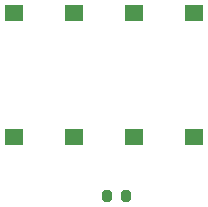
<source format=gbr>
%TF.GenerationSoftware,KiCad,Pcbnew,7.0.2*%
%TF.CreationDate,2024-04-02T18:30:14-04:00*%
%TF.ProjectId,filt1,66696c74-312e-46b6-9963-61645f706362,rev?*%
%TF.SameCoordinates,Original*%
%TF.FileFunction,Paste,Top*%
%TF.FilePolarity,Positive*%
%FSLAX46Y46*%
G04 Gerber Fmt 4.6, Leading zero omitted, Abs format (unit mm)*
G04 Created by KiCad (PCBNEW 7.0.2) date 2024-04-02 18:30:14*
%MOMM*%
%LPD*%
G01*
G04 APERTURE LIST*
G04 Aperture macros list*
%AMRoundRect*
0 Rectangle with rounded corners*
0 $1 Rounding radius*
0 $2 $3 $4 $5 $6 $7 $8 $9 X,Y pos of 4 corners*
0 Add a 4 corners polygon primitive as box body*
4,1,4,$2,$3,$4,$5,$6,$7,$8,$9,$2,$3,0*
0 Add four circle primitives for the rounded corners*
1,1,$1+$1,$2,$3*
1,1,$1+$1,$4,$5*
1,1,$1+$1,$6,$7*
1,1,$1+$1,$8,$9*
0 Add four rect primitives between the rounded corners*
20,1,$1+$1,$2,$3,$4,$5,0*
20,1,$1+$1,$4,$5,$6,$7,0*
20,1,$1+$1,$6,$7,$8,$9,0*
20,1,$1+$1,$8,$9,$2,$3,0*%
G04 Aperture macros list end*
%ADD10R,1.524000X1.397000*%
%ADD11RoundRect,0.200000X-0.200000X-0.275000X0.200000X-0.275000X0.200000X0.275000X-0.200000X0.275000X0*%
G04 APERTURE END LIST*
D10*
%TO.C,U1*%
X162086000Y-96500000D03*
X162086000Y-85959000D03*
X167166000Y-96500000D03*
X167166000Y-85959000D03*
X172246000Y-96500000D03*
X172246000Y-85959000D03*
X177326000Y-96500000D03*
X177326000Y-85959000D03*
%TD*%
D11*
%TO.C,R1*%
X171575000Y-101500000D03*
X169925000Y-101500000D03*
%TD*%
M02*

</source>
